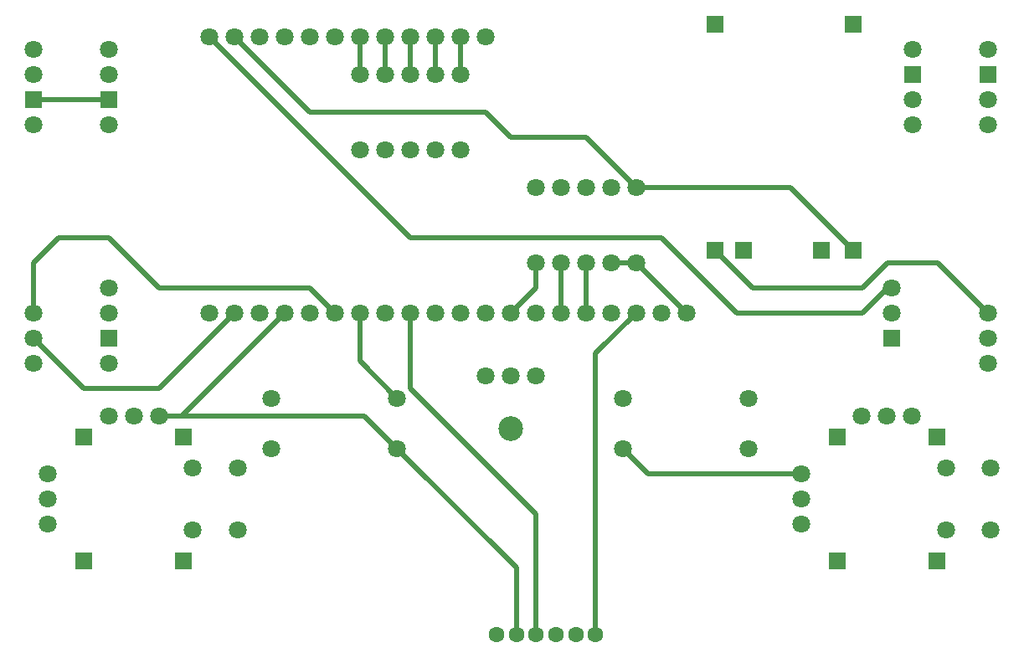
<source format=gtl>
%TF.GenerationSoftware,KiCad,Pcbnew,9.0.0*%
%TF.CreationDate,2025-03-27T03:01:06-07:00*%
%TF.ProjectId,remote_v3,72656d6f-7465-45f7-9633-2e6b69636164,v0.6*%
%TF.SameCoordinates,Original*%
%TF.FileFunction,Copper,L1,Top*%
%TF.FilePolarity,Positive*%
%FSLAX46Y46*%
G04 Gerber Fmt 4.6, Leading zero omitted, Abs format (unit mm)*
G04 Created by KiCad (PCBNEW 9.0.0) date 2025-03-27 03:01:06*
%MOMM*%
%LPD*%
G01*
G04 APERTURE LIST*
%TA.AperFunction,ComponentPad*%
%ADD10C,1.800000*%
%TD*%
%TA.AperFunction,ComponentPad*%
%ADD11R,1.800000X1.800000*%
%TD*%
%TA.AperFunction,ComponentPad*%
%ADD12C,1.600000*%
%TD*%
%TA.AperFunction,ComponentPad*%
%ADD13C,2.500000*%
%TD*%
%TA.AperFunction,Conductor*%
%ADD14C,0.500000*%
%TD*%
%TA.AperFunction,Conductor*%
%ADD15C,0.300000*%
%TD*%
G04 APERTURE END LIST*
D10*
%TO.P,RGB_LED4,1,R*%
%TO.N,Net-(RGB_LED4-R)*%
X106680000Y-82550000D03*
D11*
%TO.P,RGB_LED4,2,VCC*%
%TO.N,Net-(ESP32_UWB1-3V3)*%
X106680000Y-80010000D03*
D10*
%TO.P,RGB_LED4,3,G*%
%TO.N,Net-(RGB_LED4-G)*%
X106680000Y-77470000D03*
%TO.P,RGB_LED4,4,B*%
%TO.N,unconnected-(RGB_LED4-B-Pad4)*%
X106680000Y-74930000D03*
%TD*%
D11*
%TO.P,THUMBSTICK1,*%
%TO.N,*%
X190440000Y-126670058D03*
X190440000Y-114170058D03*
X180340000Y-126670058D03*
X180340000Y-114170058D03*
D10*
%TO.P,THUMBSTICK1,1,-*%
%TO.N,unconnected-(THUMBSTICK1---Pad1)*%
X187930000Y-112020058D03*
%TO.P,THUMBSTICK1,2,X*%
%TO.N,unconnected-(THUMBSTICK1-X-Pad2)*%
X185390000Y-112020058D03*
%TO.P,THUMBSTICK1,3,+*%
%TO.N,unconnected-(THUMBSTICK1-+-Pad3)*%
X182850000Y-112020058D03*
%TO.P,THUMBSTICK1,4,-*%
%TO.N,Net-(BUTTON1-S1_2)*%
X176690000Y-117880058D03*
%TO.P,THUMBSTICK1,5,Y*%
%TO.N,Net-(ESP32_UWB1-IO36)*%
X176690000Y-120420058D03*
%TO.P,THUMBSTICK1,6,+*%
%TO.N,Net-(ESP32_UWB1-3V3)*%
X176690000Y-122960058D03*
%TO.P,THUMBSTICK1,7,S1_1*%
%TO.N,unconnected-(THUMBSTICK1-S1_1-Pad7)*%
X191340000Y-123570058D03*
%TO.P,THUMBSTICK1,8,S1_2*%
%TO.N,unconnected-(THUMBSTICK1-S1_2-Pad8)*%
X195890000Y-123570058D03*
%TO.P,THUMBSTICK1,9,S2_1*%
%TO.N,unconnected-(THUMBSTICK1-S2_1-Pad9)*%
X191340000Y-117270058D03*
%TO.P,THUMBSTICK1,10,S2_2*%
%TO.N,unconnected-(THUMBSTICK1-S2_2-Pad10)*%
X195890000Y-117270058D03*
%TD*%
%TO.P,ESP32_UWB1,1,3V3*%
%TO.N,Net-(ESP32_UWB1-3V3)*%
X116840000Y-101600000D03*
%TO.P,ESP32_UWB1,2,GND*%
%TO.N,Net-(ESP32_UWB1-GND-Pad2)*%
X119380000Y-101600000D03*
%TO.P,ESP32_UWB1,3,RST*%
%TO.N,unconnected-(ESP32_UWB1-RST-Pad3)*%
X121920000Y-101600000D03*
%TO.P,ESP32_UWB1,4,GND*%
%TO.N,Net-(BUTTON1-S1_2)*%
X124460000Y-101600000D03*
%TO.P,ESP32_UWB1,5,IO2*%
%TO.N,Net-(ESP32_UWB1-IO2)*%
X127000000Y-101600000D03*
%TO.P,ESP32_UWB1,6,IO12*%
%TO.N,Net-(ESP32_UWB1-IO12)*%
X129540000Y-101600000D03*
%TO.P,ESP32_UWB1,7,IO13*%
%TO.N,Net-(BUTTON2-S2_1)*%
X132080000Y-101600000D03*
%TO.P,ESP32_UWB1,8,IO14*%
%TO.N,Net-(ESP32_UWB1-IO14)*%
X134620000Y-101600000D03*
%TO.P,ESP32_UWB1,9,IO15*%
%TO.N,Net-(ESP32_UWB1-IO15)*%
X137160000Y-101600000D03*
%TO.P,ESP32_UWB1,10,IO18*%
%TO.N,unconnected-(ESP32_UWB1-IO18-Pad10)*%
X139700000Y-101600000D03*
%TO.P,ESP32_UWB1,11,IO19*%
%TO.N,unconnected-(ESP32_UWB1-IO19-Pad11)*%
X142240000Y-101600000D03*
%TO.P,ESP32_UWB1,12,IO25*%
%TO.N,Net-(BUTTON1-S1_1)*%
X144780000Y-101600000D03*
%TO.P,ESP32_UWB1,13,IO26*%
%TO.N,Net-(ESP32_UWB1-IO26)*%
X147320000Y-101600000D03*
%TO.P,ESP32_UWB1,14,IO27*%
%TO.N,unconnected-(ESP32_UWB1-IO27-Pad14)*%
X149860000Y-101600000D03*
%TO.P,ESP32_UWB1,15,IO32*%
%TO.N,Net-(ESP32_UWB1-IO32)*%
X152400000Y-101600000D03*
%TO.P,ESP32_UWB1,16,IO33*%
%TO.N,Net-(ESP32_UWB1-IO33)*%
X154940000Y-101600000D03*
%TO.P,ESP32_UWB1,17,IO34*%
%TO.N,unconnected-(ESP32_UWB1-IO34-Pad17)*%
X157480000Y-101600000D03*
%TO.P,ESP32_UWB1,18,IO35*%
%TO.N,Net-(ESP32_UWB1-IO35)*%
X160020000Y-101600000D03*
%TO.P,ESP32_UWB1,19,IO36*%
%TO.N,Net-(ESP32_UWB1-IO36)*%
X162560000Y-101600000D03*
%TO.P,ESP32_UWB1,20,IO39*%
%TO.N,Net-(ESP32_UWB1-IO39)*%
X165100000Y-101600000D03*
%TO.P,ESP32_UWB1,21,5V0*%
%TO.N,Net-(5V_DC_DC_Converter1-OUT)*%
X116840000Y-73660000D03*
%TO.P,ESP32_UWB1,22,GND*%
%TO.N,Net-(3.7V_BATTERY_CHARGER1-OUT-)*%
X119380000Y-73660000D03*
%TO.P,ESP32_UWB1,23,IO3*%
%TO.N,unconnected-(ESP32_UWB1-IO3-Pad23)*%
X121920000Y-73660000D03*
%TO.P,ESP32_UWB1,24,IO1*%
%TO.N,unconnected-(ESP32_UWB1-IO1-Pad24)*%
X124460000Y-73660000D03*
%TO.P,ESP32_UWB1,25,IO0*%
%TO.N,unconnected-(ESP32_UWB1-IO0-Pad25)*%
X127000000Y-73660000D03*
%TO.P,ESP32_UWB1,26,IO4*%
%TO.N,unconnected-(ESP32_UWB1-IO4-Pad26)*%
X129540000Y-73660000D03*
%TO.P,ESP32_UWB1,27,IO5*%
%TO.N,Net-(ESP32_UWB1-IO5)*%
X132080000Y-73660000D03*
%TO.P,ESP32_UWB1,28,IO16*%
%TO.N,Net-(ESP32_UWB1-IO16)*%
X134620000Y-73660000D03*
%TO.P,ESP32_UWB1,29,IO17*%
%TO.N,Net-(ESP32_UWB1-IO17)*%
X137160000Y-73660000D03*
%TO.P,ESP32_UWB1,30,IO21*%
%TO.N,Net-(ESP32_UWB1-IO21)*%
X139700000Y-73660000D03*
%TO.P,ESP32_UWB1,31,IO22*%
%TO.N,Net-(ESP32_UWB1-IO22)*%
X142240000Y-73660000D03*
%TO.P,ESP32_UWB1,32,IO23*%
%TO.N,unconnected-(ESP32_UWB1-IO23-Pad32)*%
X144780000Y-73660000D03*
%TD*%
%TO.P,ON_OFF_SWITCH1,1*%
%TO.N,unconnected-(ON_OFF_SWITCH1-Pad1)*%
X195580000Y-106680000D03*
%TO.P,ON_OFF_SWITCH1,2*%
%TO.N,Net-(5V_DC_DC_Converter1-IN)*%
X195580000Y-104140000D03*
%TO.P,ON_OFF_SWITCH1,3*%
%TO.N,Net-(3.7V_BATTERY_CHARGER1-OUT+)*%
X195580000Y-101600000D03*
%TD*%
%TO.P,BUTTON2,1,S1_1*%
%TO.N,unconnected-(BUTTON2-S1_1-Pad1)*%
X123160000Y-110260058D03*
%TO.P,BUTTON2,2,S1_2*%
%TO.N,unconnected-(BUTTON2-S1_2-Pad2)*%
X123160000Y-115340058D03*
%TO.P,BUTTON2,3,S2_1*%
%TO.N,Net-(BUTTON2-S2_1)*%
X135860000Y-110260058D03*
%TO.P,BUTTON2,4,S2_2*%
%TO.N,Net-(BUTTON1-S1_2)*%
X135860000Y-115340058D03*
%TD*%
%TO.P,RGB_LED1,1,R*%
%TO.N,Net-(RGB_LED1-R)*%
X187960000Y-74930000D03*
D11*
%TO.P,RGB_LED1,2,VCC*%
%TO.N,Net-(ESP32_UWB1-3V3)*%
X187960000Y-77470000D03*
D10*
%TO.P,RGB_LED1,3,G*%
%TO.N,Net-(RGB_LED1-G)*%
X187960000Y-80010000D03*
%TO.P,RGB_LED1,4,B*%
%TO.N,unconnected-(RGB_LED1-B-Pad4)*%
X187960000Y-82550000D03*
%TD*%
D11*
%TO.P,THUMBSTICK2,*%
%TO.N,*%
X114270000Y-126670058D03*
X114270000Y-114170058D03*
X104170000Y-126670058D03*
X104170000Y-114170058D03*
D10*
%TO.P,THUMBSTICK2,1,-*%
%TO.N,Net-(BUTTON1-S1_2)*%
X111760000Y-112020058D03*
%TO.P,THUMBSTICK2,2,X*%
%TO.N,Net-(ESP32_UWB1-IO2)*%
X109220000Y-112020058D03*
%TO.P,THUMBSTICK2,3,+*%
%TO.N,Net-(ESP32_UWB1-3V3)*%
X106680000Y-112020058D03*
%TO.P,THUMBSTICK2,4,-*%
%TO.N,unconnected-(THUMBSTICK2---Pad4)*%
X100520000Y-117880058D03*
%TO.P,THUMBSTICK2,5,Y*%
%TO.N,unconnected-(THUMBSTICK2-Y-Pad5)*%
X100520000Y-120420058D03*
%TO.P,THUMBSTICK2,6,+*%
%TO.N,unconnected-(THUMBSTICK2-+-Pad6)*%
X100520000Y-122960058D03*
%TO.P,THUMBSTICK2,7,S1_1*%
%TO.N,unconnected-(THUMBSTICK2-S1_1-Pad7)*%
X115170000Y-123570058D03*
%TO.P,THUMBSTICK2,8,S1_2*%
%TO.N,unconnected-(THUMBSTICK2-S1_2-Pad8)*%
X119720000Y-123570058D03*
%TO.P,THUMBSTICK2,9,S2_1*%
%TO.N,unconnected-(THUMBSTICK2-S2_1-Pad9)*%
X115170000Y-117270058D03*
%TO.P,THUMBSTICK2,10,S2_2*%
%TO.N,unconnected-(THUMBSTICK2-S2_2-Pad10)*%
X119720000Y-117270058D03*
%TD*%
%TO.P,BUTTON1,1,S1_1*%
%TO.N,Net-(BUTTON1-S1_1)*%
X158720000Y-110260058D03*
%TO.P,BUTTON1,2,S1_2*%
%TO.N,Net-(BUTTON1-S1_2)*%
X158720000Y-115340058D03*
%TO.P,BUTTON1,3,S2_1*%
%TO.N,unconnected-(BUTTON1-S2_1-Pad3)*%
X171420000Y-110260058D03*
%TO.P,BUTTON1,4,S2_2*%
%TO.N,unconnected-(BUTTON1-S2_2-Pad4)*%
X171420000Y-115340058D03*
%TD*%
D12*
%TO.P,MINI_THUMBSTICK1,1,+*%
%TO.N,Net-(ESP32_UWB1-3V3)*%
X145920000Y-134120000D03*
%TO.P,MINI_THUMBSTICK1,2,-*%
%TO.N,Net-(BUTTON1-S1_2)*%
X147920000Y-134120000D03*
%TO.P,MINI_THUMBSTICK1,3,X*%
%TO.N,Net-(ESP32_UWB1-IO15)*%
X149920000Y-134120000D03*
%TO.P,MINI_THUMBSTICK1,4,S+*%
%TO.N,unconnected-(MINI_THUMBSTICK1-S+-Pad4)*%
X151920000Y-134120000D03*
%TO.P,MINI_THUMBSTICK1,5,S-*%
%TO.N,unconnected-(MINI_THUMBSTICK1-S--Pad5)*%
X153920000Y-134120000D03*
%TO.P,MINI_THUMBSTICK1,6,Y*%
%TO.N,Net-(ESP32_UWB1-IO35)*%
X155920000Y-134120000D03*
D13*
%TO.P,MINI_THUMBSTICK1,7*%
%TO.N,N/C*%
X147320000Y-113320000D03*
%TD*%
D10*
%TO.P,RGB_LED2,1,R*%
%TO.N,unconnected-(RGB_LED2-R-Pad1)*%
X106680000Y-106680000D03*
D11*
%TO.P,RGB_LED2,2,VCC*%
%TO.N,Net-(ESP32_UWB1-3V3)*%
X106680000Y-104140000D03*
D10*
%TO.P,RGB_LED2,3,G*%
%TO.N,unconnected-(RGB_LED2-G-Pad3)*%
X106680000Y-101600000D03*
%TO.P,RGB_LED2,4,B*%
%TO.N,Net-(RGB_LED2-B)*%
X106680000Y-99060000D03*
%TD*%
%TO.P,RGB_LED3,1,R*%
%TO.N,Net-(RGB_LED3-R)*%
X99060000Y-82550000D03*
D11*
%TO.P,RGB_LED3,2,VCC*%
%TO.N,Net-(ESP32_UWB1-3V3)*%
X99060000Y-80010000D03*
D10*
%TO.P,RGB_LED3,3,G*%
%TO.N,Net-(RGB_LED3-G)*%
X99060000Y-77470000D03*
%TO.P,RGB_LED3,4,B*%
%TO.N,unconnected-(RGB_LED3-B-Pad4)*%
X99060000Y-74930000D03*
%TD*%
%TO.P,LOCK_SWITCH1,1*%
%TO.N,unconnected-(LOCK_SWITCH1-Pad1)*%
X144780000Y-107969000D03*
%TO.P,LOCK_SWITCH1,2*%
%TO.N,Net-(ESP32_UWB1-IO14)*%
X147320000Y-107969000D03*
%TO.P,LOCK_SWITCH1,3*%
%TO.N,Net-(BUTTON1-S1_2)*%
X149860000Y-107969000D03*
%TD*%
%TO.P,UWB_SELECTOR1,1*%
%TO.N,unconnected-(UWB_SELECTOR1-Pad1)*%
X99060000Y-106680000D03*
%TO.P,UWB_SELECTOR1,2*%
%TO.N,Net-(ESP32_UWB1-GND-Pad2)*%
X99060000Y-104140000D03*
%TO.P,UWB_SELECTOR1,3*%
%TO.N,Net-(ESP32_UWB1-IO12)*%
X99060000Y-101600000D03*
%TD*%
%TO.P,RGB_LED5,1,R*%
%TO.N,unconnected-(RGB_LED5-R-Pad1)*%
X195580000Y-74930000D03*
D11*
%TO.P,RGB_LED5,2,VCC*%
%TO.N,Net-(ESP32_UWB1-3V3)*%
X195580000Y-77470000D03*
D10*
%TO.P,RGB_LED5,3,G*%
%TO.N,unconnected-(RGB_LED5-G-Pad3)*%
X195580000Y-80010000D03*
%TO.P,RGB_LED5,4,B*%
%TO.N,Net-(RGB_LED5-B)*%
X195580000Y-82550000D03*
%TD*%
%TO.P,R8,1*%
%TO.N,Net-(ESP32_UWB1-IO33)*%
X154940000Y-96520000D03*
%TO.P,R8,2*%
%TO.N,Net-(RGB_LED5-B)*%
X154940000Y-88900000D03*
%TD*%
%TO.P,R2,1*%
%TO.N,Net-(ESP32_UWB1-IO16)*%
X134620000Y-77470000D03*
%TO.P,R2,2*%
%TO.N,Net-(RGB_LED3-G)*%
X134620000Y-85090000D03*
%TD*%
D11*
%TO.P,5V_DC_DC_Converter1,1,IN*%
%TO.N,Net-(5V_DC_DC_Converter1-IN)*%
X185860000Y-104140000D03*
D10*
%TO.P,5V_DC_DC_Converter1,2,GND*%
%TO.N,Net-(3.7V_BATTERY_CHARGER1-OUT-)*%
X185860000Y-101600000D03*
%TO.P,5V_DC_DC_Converter1,3,OUT*%
%TO.N,Net-(5V_DC_DC_Converter1-OUT)*%
X185860000Y-99060000D03*
%TD*%
%TO.P,R4,1*%
%TO.N,Net-(ESP32_UWB1-IO21)*%
X139700000Y-77470000D03*
%TO.P,R4,2*%
%TO.N,Net-(RGB_LED4-R)*%
X139700000Y-85090000D03*
%TD*%
%TO.P,R9,1*%
%TO.N,Net-(ESP32_UWB1-IO39)*%
X157480000Y-96520000D03*
%TO.P,R9,2*%
%TO.N,Net-(5V_DC_DC_Converter1-IN)*%
X157480000Y-88900000D03*
%TD*%
%TO.P,R7,1*%
%TO.N,Net-(ESP32_UWB1-IO32)*%
X152400000Y-96520000D03*
%TO.P,R7,2*%
%TO.N,Net-(RGB_LED1-G)*%
X152400000Y-88900000D03*
%TD*%
%TO.P,R1,1*%
%TO.N,Net-(ESP32_UWB1-IO5)*%
X132080000Y-77470000D03*
%TO.P,R1,2*%
%TO.N,Net-(RGB_LED3-R)*%
X132080000Y-85090000D03*
%TD*%
%TO.P,R6,1*%
%TO.N,Net-(ESP32_UWB1-IO26)*%
X149860000Y-96520000D03*
%TO.P,R6,2*%
%TO.N,Net-(RGB_LED1-R)*%
X149860000Y-88900000D03*
%TD*%
%TO.P,R10,1*%
%TO.N,Net-(ESP32_UWB1-IO39)*%
X160020000Y-96520000D03*
%TO.P,R10,2*%
%TO.N,Net-(3.7V_BATTERY_CHARGER1-OUT-)*%
X160020000Y-88900000D03*
%TD*%
D11*
%TO.P,3.7V_BATTERY_CHARGER1,1,+*%
%TO.N,unconnected-(3.7V_BATTERY_CHARGER1-+-Pad1)*%
X167995000Y-72390000D03*
%TO.P,3.7V_BATTERY_CHARGER1,2,-*%
%TO.N,unconnected-(3.7V_BATTERY_CHARGER1---Pad2)*%
X181965000Y-72390000D03*
%TO.P,3.7V_BATTERY_CHARGER1,3,OUT+*%
%TO.N,Net-(3.7V_BATTERY_CHARGER1-OUT+)*%
X167995000Y-95250000D03*
%TO.P,3.7V_BATTERY_CHARGER1,4,B+*%
%TO.N,unconnected-(3.7V_BATTERY_CHARGER1-B+-Pad4)*%
X170895000Y-95250000D03*
%TO.P,3.7V_BATTERY_CHARGER1,5,B-*%
%TO.N,unconnected-(3.7V_BATTERY_CHARGER1-B--Pad5)*%
X178765000Y-95250000D03*
%TO.P,3.7V_BATTERY_CHARGER1,6,OUT-*%
%TO.N,Net-(3.7V_BATTERY_CHARGER1-OUT-)*%
X181965000Y-95250000D03*
%TD*%
D10*
%TO.P,R3,1*%
%TO.N,Net-(ESP32_UWB1-IO17)*%
X137160000Y-77470000D03*
%TO.P,R3,2*%
%TO.N,Net-(RGB_LED4-G)*%
X137160000Y-85090000D03*
%TD*%
%TO.P,R5,1*%
%TO.N,Net-(ESP32_UWB1-IO22)*%
X142240000Y-77470000D03*
%TO.P,R5,2*%
%TO.N,Net-(RGB_LED2-B)*%
X142240000Y-85090000D03*
%TD*%
D14*
%TO.N,Net-(3.7V_BATTERY_CHARGER1-OUT+)*%
X190500000Y-96520000D02*
X185420000Y-96520000D01*
X182880000Y-99060000D02*
X171805000Y-99060000D01*
X171805000Y-99060000D02*
X167995000Y-95250000D01*
X195580000Y-101600000D02*
X190500000Y-96520000D01*
X185420000Y-96520000D02*
X182880000Y-99060000D01*
%TO.N,Net-(3.7V_BATTERY_CHARGER1-OUT-)*%
X175615000Y-88900000D02*
X181965000Y-95250000D01*
X160020000Y-88900000D02*
X175615000Y-88900000D01*
X154940000Y-83820000D02*
X147320000Y-83820000D01*
X144780000Y-81280000D02*
X127000000Y-81280000D01*
X160020000Y-88900000D02*
X154940000Y-83820000D01*
X147320000Y-83820000D02*
X144780000Y-81280000D01*
X127000000Y-81280000D02*
X119380000Y-73660000D01*
%TO.N,Net-(ESP32_UWB1-IO35)*%
X155920000Y-105700000D02*
X160020000Y-101600000D01*
X155920000Y-134120000D02*
X155920000Y-105700000D01*
%TO.N,Net-(ESP32_UWB1-3V3)*%
X99060000Y-80010000D02*
X106680000Y-80010000D01*
D15*
X116840000Y-101860058D02*
X116840000Y-101600000D01*
D14*
%TO.N,Net-(ESP32_UWB1-IO39)*%
X165100000Y-101600000D02*
X160020000Y-96520000D01*
X157480000Y-96520000D02*
X160020000Y-96520000D01*
X162560000Y-99060000D02*
X165100000Y-101600000D01*
%TO.N,Net-(ESP32_UWB1-IO5)*%
X132080000Y-73660000D02*
X132080000Y-77470000D01*
%TO.N,Net-(ESP32_UWB1-IO17)*%
X137160000Y-73660000D02*
X137160000Y-77470000D01*
%TO.N,Net-(ESP32_UWB1-IO21)*%
X139700000Y-73660000D02*
X139700000Y-77470000D01*
%TO.N,Net-(ESP32_UWB1-IO22)*%
X142240000Y-73660000D02*
X142240000Y-77470000D01*
%TO.N,Net-(ESP32_UWB1-IO12)*%
X99060000Y-101600000D02*
X99060000Y-96520000D01*
X111760000Y-99060000D02*
X127000000Y-99060000D01*
X99060000Y-96520000D02*
X101600000Y-93980000D01*
X101600000Y-93980000D02*
X106680000Y-93980000D01*
X127000000Y-99060000D02*
X129540000Y-101600000D01*
X106680000Y-93980000D02*
X111760000Y-99060000D01*
%TO.N,Net-(ESP32_UWB1-GND-Pad2)*%
X111760000Y-109220000D02*
X119380000Y-101600000D01*
X99060000Y-104140000D02*
X104140000Y-109220000D01*
X104140000Y-109220000D02*
X111760000Y-109220000D01*
%TO.N,Net-(BUTTON2-S2_1)*%
X132080000Y-101600000D02*
X132080000Y-106480058D01*
X132080000Y-106480058D02*
X135860000Y-110260058D01*
%TO.N,Net-(ESP32_UWB1-IO33)*%
X154940000Y-101600000D02*
X154940000Y-96520000D01*
%TO.N,Net-(ESP32_UWB1-IO26)*%
X147320000Y-101600000D02*
X149860000Y-99060000D01*
X149860000Y-99060000D02*
X149860000Y-96520000D01*
%TO.N,Net-(BUTTON1-S1_2)*%
X111760000Y-112020058D02*
X114039942Y-112020058D01*
X135860000Y-115340058D02*
X132540000Y-112020058D01*
X176690000Y-117880058D02*
X161260000Y-117880058D01*
X161260000Y-117880058D02*
X158720000Y-115340058D01*
X132540000Y-112020058D02*
X111760000Y-112020058D01*
X114039942Y-112020058D02*
X124460000Y-101600000D01*
X147920000Y-134120000D02*
X147920000Y-127400058D01*
X147920000Y-127400058D02*
X135860000Y-115340058D01*
%TO.N,Net-(ESP32_UWB1-IO15)*%
X137160000Y-109220000D02*
X149920000Y-121980000D01*
X137160000Y-101600000D02*
X137160000Y-109220000D01*
X149920000Y-121980000D02*
X149920000Y-134120000D01*
%TO.N,Net-(ESP32_UWB1-IO32)*%
X152400000Y-101600000D02*
X152400000Y-96520000D01*
%TO.N,Net-(ESP32_UWB1-IO16)*%
X134620000Y-73660000D02*
X134620000Y-77470000D01*
%TO.N,Net-(5V_DC_DC_Converter1-OUT)*%
X185420000Y-99060000D02*
X182880000Y-101600000D01*
X137160000Y-93980000D02*
X116840000Y-73660000D01*
X162560000Y-93980000D02*
X137160000Y-93980000D01*
X182880000Y-101600000D02*
X170180000Y-101600000D01*
X170180000Y-101600000D02*
X162560000Y-93980000D01*
%TD*%
M02*

</source>
